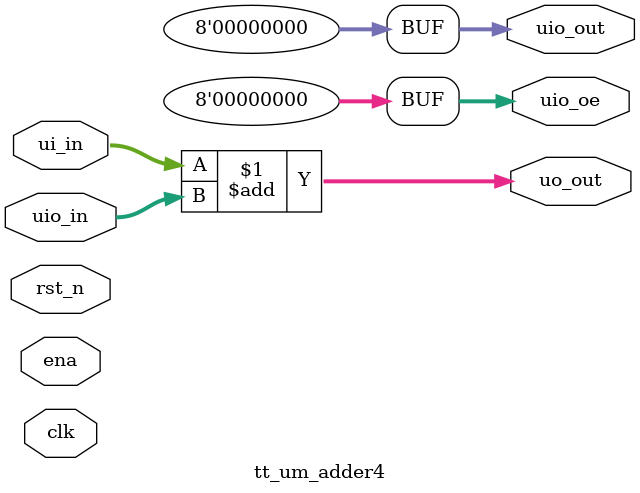
<source format=v>
/*
 * Copyright (c) 2024 Drago Markov
 * SPDX-License-Identifier: Apache-2.0
 */

`default_nettype none

module tt_um_adder4 (
    input  wire [7:0] ui_in,    // Dedicated inputs
    output wire [7:0] uo_out,   // Dedicated outputs
    input  wire [7:0] uio_in,   // IOs: Input path
    output wire [7:0] uio_out,  // IOs: Output path
    output wire [7:0] uio_oe,   // IOs: Enable path (active high: 0=input, 1=output)
    input  wire       ena,      // always 1 when the design is powered, so you can ignore it
    input  wire       clk,      // clock
    input  wire       rst_n     // reset_n - low to reset
);

  // All output pins must be assigned. If not used, assign to 0.
  assign uo_out  = ui_in + uio_in;  // Example: ou_out is the sum of ui_in and uio_in
  assign uio_out = 0;
  assign uio_oe  = 0;

endmodule

</source>
